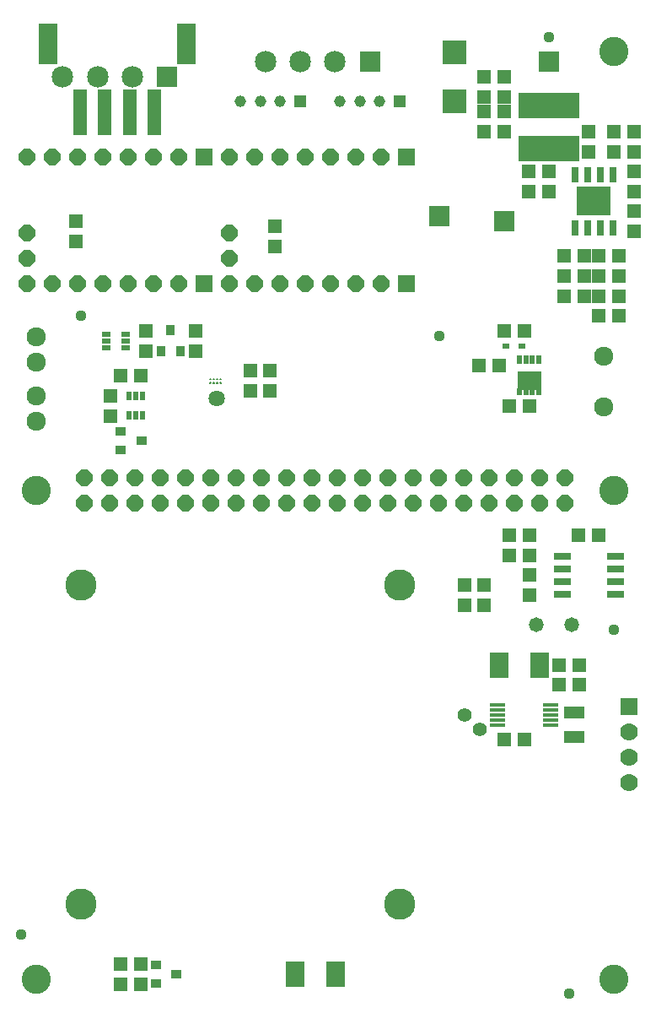
<source format=gbr>
G04 EAGLE Gerber RS-274X export*
G75*
%MOMM*%
%FSLAX34Y34*%
%LPD*%
%INSoldermask Top*%
%IPPOS*%
%AMOC8*
5,1,8,0,0,1.08239X$1,22.5*%
G01*
%ADD10C,2.927000*%
%ADD11P,1.787026X8X22.500000*%
%ADD12R,1.665200X0.685000*%
%ADD13R,1.427000X1.327000*%
%ADD14R,1.327000X1.427000*%
%ADD15R,0.685000X1.543800*%
%ADD16R,3.479800X2.844800*%
%ADD17R,0.547000X0.827000*%
%ADD18R,0.547000X0.667000*%
%ADD19R,2.497000X1.837000*%
%ADD20R,0.665000X0.527000*%
%ADD21R,2.127000X2.127000*%
%ADD22R,6.127000X2.627000*%
%ADD23R,2.330600X2.495000*%
%ADD24R,1.027000X0.927000*%
%ADD25R,1.422400X4.622800*%
%ADD26R,1.930400X4.038600*%
%ADD27R,1.927000X2.527000*%
%ADD28C,3.127000*%
%ADD29C,1.927000*%
%ADD30R,1.778000X1.778000*%
%ADD31C,1.778000*%
%ADD32C,1.397000*%
%ADD33C,1.477000*%
%ADD34R,2.159000X2.159000*%
%ADD35C,2.159000*%
%ADD36C,0.200000*%
%ADD37C,1.627000*%
%ADD38R,0.927000X1.027000*%
%ADD39R,1.651000X1.651000*%
%ADD40P,1.787026X8X292.500000*%
%ADD41P,1.787026X8X202.500000*%
%ADD42C,1.127000*%
%ADD43R,1.177000X1.177000*%
%ADD44C,1.177000*%
%ADD45R,1.546200X0.424100*%
%ADD46R,2.027000X1.227000*%
%ADD47R,0.527000X0.927000*%
%ADD48R,0.927000X0.527000*%


D10*
X35000Y35000D03*
X35000Y525000D03*
X615000Y525000D03*
X615000Y35000D03*
X615000Y965000D03*
D11*
X83700Y512300D03*
X83700Y537700D03*
X109100Y512300D03*
X109100Y537700D03*
X134500Y512300D03*
X134500Y537700D03*
X159900Y512300D03*
X159900Y537700D03*
X185300Y512300D03*
X185300Y537700D03*
X210700Y512300D03*
X210700Y537700D03*
X236100Y512300D03*
X236100Y537700D03*
X261500Y512300D03*
X261500Y537700D03*
X286900Y512300D03*
X286900Y537700D03*
X312300Y512300D03*
X312300Y537700D03*
X337700Y512300D03*
X337700Y537700D03*
X363100Y512300D03*
X363100Y537700D03*
X388500Y512300D03*
X388500Y537700D03*
X413900Y512300D03*
X413900Y537700D03*
X439300Y512300D03*
X439300Y537700D03*
X464700Y512300D03*
X464700Y537700D03*
X490100Y512300D03*
X490100Y537700D03*
X515500Y512300D03*
X515500Y537700D03*
X540900Y512300D03*
X540900Y537700D03*
X566300Y512300D03*
X566300Y537700D03*
D12*
X616797Y420950D03*
X616797Y433650D03*
X616797Y446350D03*
X616797Y459050D03*
X563203Y459050D03*
X563203Y446350D03*
X563203Y433650D03*
X563203Y420950D03*
D13*
X510000Y459840D03*
X510000Y480160D03*
D14*
X579840Y480000D03*
X600160Y480000D03*
D13*
X530000Y459840D03*
X530000Y480160D03*
X529975Y440210D03*
X529975Y419890D03*
D15*
X575950Y788104D03*
X588650Y788104D03*
X601350Y788104D03*
X614050Y788104D03*
X614050Y841896D03*
X601350Y841896D03*
X588650Y841896D03*
X575950Y841896D03*
D16*
X595000Y815000D03*
D17*
X539750Y655978D03*
X533250Y655978D03*
X526750Y655978D03*
X520250Y655978D03*
D18*
X520250Y624222D03*
X526750Y624222D03*
X533250Y624222D03*
X539750Y624222D03*
D19*
X530000Y635450D03*
D14*
X530160Y610000D03*
X509840Y610000D03*
D20*
X522956Y670000D03*
X507044Y670000D03*
D14*
X525160Y685000D03*
X504840Y685000D03*
X479840Y650000D03*
X500160Y650000D03*
D21*
X440000Y800000D03*
D14*
X599840Y700000D03*
X620160Y700000D03*
X599840Y720000D03*
X620160Y720000D03*
X585160Y720000D03*
X564840Y720000D03*
X585160Y740000D03*
X564840Y740000D03*
X599840Y740000D03*
X620160Y740000D03*
X599840Y760000D03*
X620160Y760000D03*
X585160Y760000D03*
X564840Y760000D03*
D13*
X635000Y864840D03*
X635000Y885160D03*
X635000Y784840D03*
X635000Y805160D03*
D14*
X529840Y825000D03*
X550160Y825000D03*
X550160Y845000D03*
X529840Y845000D03*
D13*
X635000Y824840D03*
X635000Y845160D03*
X615000Y885160D03*
X615000Y864840D03*
X590000Y885160D03*
X590000Y864840D03*
D22*
X550000Y868250D03*
X550000Y911250D03*
D21*
X550000Y955000D03*
D13*
X505000Y905160D03*
X505000Y884840D03*
D21*
X505000Y795000D03*
D13*
X505000Y919840D03*
X505000Y940160D03*
X485000Y905160D03*
X485000Y884840D03*
X485000Y919840D03*
X485000Y940160D03*
D23*
X455000Y915288D03*
X455000Y964712D03*
D24*
X120000Y584500D03*
X120000Y565500D03*
X141000Y575000D03*
D14*
X119840Y640000D03*
X140160Y640000D03*
D13*
X110000Y620160D03*
X110000Y599840D03*
D25*
X154000Y904479D03*
X129000Y904479D03*
X104000Y904479D03*
X79000Y904479D03*
D26*
X186000Y972479D03*
X47000Y972479D03*
D13*
X140000Y29840D03*
X140000Y50160D03*
X120000Y29840D03*
X120000Y50160D03*
D27*
X335250Y40000D03*
X294750Y40000D03*
D28*
X400000Y110000D03*
X80000Y110000D03*
X80000Y430000D03*
X400000Y430000D03*
D29*
X605000Y660000D03*
X605000Y609200D03*
D30*
X630000Y308100D03*
D31*
X630000Y282700D03*
X630000Y257300D03*
X630000Y231900D03*
D14*
X580160Y330000D03*
X559840Y330000D03*
X525160Y275000D03*
X504840Y275000D03*
D32*
X465000Y300000D03*
X480000Y285000D03*
D29*
X35000Y679000D03*
X35000Y653600D03*
D13*
X485000Y430160D03*
X485000Y409840D03*
X465000Y430160D03*
X465000Y409840D03*
D33*
X572500Y390000D03*
X537500Y390000D03*
D29*
X35000Y620000D03*
X35000Y594600D03*
D34*
X370000Y955000D03*
D35*
X335000Y955000D03*
X300000Y955000D03*
X265000Y955000D03*
D34*
X166500Y940000D03*
D35*
X131500Y940000D03*
X96500Y940000D03*
X61500Y940000D03*
D13*
X75000Y774840D03*
X75000Y795160D03*
X275000Y769840D03*
X275000Y790160D03*
D27*
X540250Y350000D03*
X499750Y350000D03*
D14*
X580160Y350000D03*
X559840Y350000D03*
D36*
X219925Y636750D02*
X219927Y636786D01*
X219933Y636821D01*
X219943Y636856D01*
X219956Y636889D01*
X219973Y636920D01*
X219994Y636950D01*
X220017Y636977D01*
X220043Y637001D01*
X220072Y637022D01*
X220103Y637040D01*
X220136Y637054D01*
X220170Y637065D01*
X220205Y637072D01*
X220241Y637075D01*
X220277Y637074D01*
X220312Y637069D01*
X220347Y637060D01*
X220381Y637048D01*
X220412Y637031D01*
X220442Y637012D01*
X220470Y636989D01*
X220495Y636963D01*
X220517Y636935D01*
X220536Y636905D01*
X220551Y636872D01*
X220563Y636838D01*
X220571Y636803D01*
X220575Y636768D01*
X220575Y636732D01*
X220571Y636697D01*
X220563Y636662D01*
X220551Y636628D01*
X220536Y636595D01*
X220517Y636565D01*
X220495Y636537D01*
X220470Y636511D01*
X220442Y636488D01*
X220413Y636469D01*
X220381Y636452D01*
X220347Y636440D01*
X220312Y636431D01*
X220277Y636426D01*
X220241Y636425D01*
X220205Y636428D01*
X220170Y636435D01*
X220136Y636446D01*
X220103Y636460D01*
X220072Y636478D01*
X220043Y636499D01*
X220017Y636523D01*
X219994Y636550D01*
X219973Y636580D01*
X219956Y636611D01*
X219943Y636644D01*
X219933Y636679D01*
X219927Y636714D01*
X219925Y636750D01*
X219925Y633250D02*
X219927Y633286D01*
X219933Y633321D01*
X219943Y633356D01*
X219956Y633389D01*
X219973Y633420D01*
X219994Y633450D01*
X220017Y633477D01*
X220043Y633501D01*
X220072Y633522D01*
X220103Y633540D01*
X220136Y633554D01*
X220170Y633565D01*
X220205Y633572D01*
X220241Y633575D01*
X220277Y633574D01*
X220312Y633569D01*
X220347Y633560D01*
X220381Y633548D01*
X220412Y633531D01*
X220442Y633512D01*
X220470Y633489D01*
X220495Y633463D01*
X220517Y633435D01*
X220536Y633405D01*
X220551Y633372D01*
X220563Y633338D01*
X220571Y633303D01*
X220575Y633268D01*
X220575Y633232D01*
X220571Y633197D01*
X220563Y633162D01*
X220551Y633128D01*
X220536Y633095D01*
X220517Y633065D01*
X220495Y633037D01*
X220470Y633011D01*
X220442Y632988D01*
X220413Y632969D01*
X220381Y632952D01*
X220347Y632940D01*
X220312Y632931D01*
X220277Y632926D01*
X220241Y632925D01*
X220205Y632928D01*
X220170Y632935D01*
X220136Y632946D01*
X220103Y632960D01*
X220072Y632978D01*
X220043Y632999D01*
X220017Y633023D01*
X219994Y633050D01*
X219973Y633080D01*
X219956Y633111D01*
X219943Y633144D01*
X219933Y633179D01*
X219927Y633214D01*
X219925Y633250D01*
X216425Y633250D02*
X216427Y633286D01*
X216433Y633321D01*
X216443Y633356D01*
X216456Y633389D01*
X216473Y633420D01*
X216494Y633450D01*
X216517Y633477D01*
X216543Y633501D01*
X216572Y633522D01*
X216603Y633540D01*
X216636Y633554D01*
X216670Y633565D01*
X216705Y633572D01*
X216741Y633575D01*
X216777Y633574D01*
X216812Y633569D01*
X216847Y633560D01*
X216881Y633548D01*
X216912Y633531D01*
X216942Y633512D01*
X216970Y633489D01*
X216995Y633463D01*
X217017Y633435D01*
X217036Y633405D01*
X217051Y633372D01*
X217063Y633338D01*
X217071Y633303D01*
X217075Y633268D01*
X217075Y633232D01*
X217071Y633197D01*
X217063Y633162D01*
X217051Y633128D01*
X217036Y633095D01*
X217017Y633065D01*
X216995Y633037D01*
X216970Y633011D01*
X216942Y632988D01*
X216913Y632969D01*
X216881Y632952D01*
X216847Y632940D01*
X216812Y632931D01*
X216777Y632926D01*
X216741Y632925D01*
X216705Y632928D01*
X216670Y632935D01*
X216636Y632946D01*
X216603Y632960D01*
X216572Y632978D01*
X216543Y632999D01*
X216517Y633023D01*
X216494Y633050D01*
X216473Y633080D01*
X216456Y633111D01*
X216443Y633144D01*
X216433Y633179D01*
X216427Y633214D01*
X216425Y633250D01*
X216425Y636750D02*
X216427Y636786D01*
X216433Y636821D01*
X216443Y636856D01*
X216456Y636889D01*
X216473Y636920D01*
X216494Y636950D01*
X216517Y636977D01*
X216543Y637001D01*
X216572Y637022D01*
X216603Y637040D01*
X216636Y637054D01*
X216670Y637065D01*
X216705Y637072D01*
X216741Y637075D01*
X216777Y637074D01*
X216812Y637069D01*
X216847Y637060D01*
X216881Y637048D01*
X216912Y637031D01*
X216942Y637012D01*
X216970Y636989D01*
X216995Y636963D01*
X217017Y636935D01*
X217036Y636905D01*
X217051Y636872D01*
X217063Y636838D01*
X217071Y636803D01*
X217075Y636768D01*
X217075Y636732D01*
X217071Y636697D01*
X217063Y636662D01*
X217051Y636628D01*
X217036Y636595D01*
X217017Y636565D01*
X216995Y636537D01*
X216970Y636511D01*
X216942Y636488D01*
X216913Y636469D01*
X216881Y636452D01*
X216847Y636440D01*
X216812Y636431D01*
X216777Y636426D01*
X216741Y636425D01*
X216705Y636428D01*
X216670Y636435D01*
X216636Y636446D01*
X216603Y636460D01*
X216572Y636478D01*
X216543Y636499D01*
X216517Y636523D01*
X216494Y636550D01*
X216473Y636580D01*
X216456Y636611D01*
X216443Y636644D01*
X216433Y636679D01*
X216427Y636714D01*
X216425Y636750D01*
X212925Y636750D02*
X212927Y636786D01*
X212933Y636821D01*
X212943Y636856D01*
X212956Y636889D01*
X212973Y636920D01*
X212994Y636950D01*
X213017Y636977D01*
X213043Y637001D01*
X213072Y637022D01*
X213103Y637040D01*
X213136Y637054D01*
X213170Y637065D01*
X213205Y637072D01*
X213241Y637075D01*
X213277Y637074D01*
X213312Y637069D01*
X213347Y637060D01*
X213381Y637048D01*
X213412Y637031D01*
X213442Y637012D01*
X213470Y636989D01*
X213495Y636963D01*
X213517Y636935D01*
X213536Y636905D01*
X213551Y636872D01*
X213563Y636838D01*
X213571Y636803D01*
X213575Y636768D01*
X213575Y636732D01*
X213571Y636697D01*
X213563Y636662D01*
X213551Y636628D01*
X213536Y636595D01*
X213517Y636565D01*
X213495Y636537D01*
X213470Y636511D01*
X213442Y636488D01*
X213413Y636469D01*
X213381Y636452D01*
X213347Y636440D01*
X213312Y636431D01*
X213277Y636426D01*
X213241Y636425D01*
X213205Y636428D01*
X213170Y636435D01*
X213136Y636446D01*
X213103Y636460D01*
X213072Y636478D01*
X213043Y636499D01*
X213017Y636523D01*
X212994Y636550D01*
X212973Y636580D01*
X212956Y636611D01*
X212943Y636644D01*
X212933Y636679D01*
X212927Y636714D01*
X212925Y636750D01*
X212925Y633250D02*
X212927Y633286D01*
X212933Y633321D01*
X212943Y633356D01*
X212956Y633389D01*
X212973Y633420D01*
X212994Y633450D01*
X213017Y633477D01*
X213043Y633501D01*
X213072Y633522D01*
X213103Y633540D01*
X213136Y633554D01*
X213170Y633565D01*
X213205Y633572D01*
X213241Y633575D01*
X213277Y633574D01*
X213312Y633569D01*
X213347Y633560D01*
X213381Y633548D01*
X213412Y633531D01*
X213442Y633512D01*
X213470Y633489D01*
X213495Y633463D01*
X213517Y633435D01*
X213536Y633405D01*
X213551Y633372D01*
X213563Y633338D01*
X213571Y633303D01*
X213575Y633268D01*
X213575Y633232D01*
X213571Y633197D01*
X213563Y633162D01*
X213551Y633128D01*
X213536Y633095D01*
X213517Y633065D01*
X213495Y633037D01*
X213470Y633011D01*
X213442Y632988D01*
X213413Y632969D01*
X213381Y632952D01*
X213347Y632940D01*
X213312Y632931D01*
X213277Y632926D01*
X213241Y632925D01*
X213205Y632928D01*
X213170Y632935D01*
X213136Y632946D01*
X213103Y632960D01*
X213072Y632978D01*
X213043Y632999D01*
X213017Y633023D01*
X212994Y633050D01*
X212973Y633080D01*
X212956Y633111D01*
X212943Y633144D01*
X212933Y633179D01*
X212927Y633214D01*
X212925Y633250D01*
X209425Y633250D02*
X209427Y633286D01*
X209433Y633321D01*
X209443Y633356D01*
X209456Y633389D01*
X209473Y633420D01*
X209494Y633450D01*
X209517Y633477D01*
X209543Y633501D01*
X209572Y633522D01*
X209603Y633540D01*
X209636Y633554D01*
X209670Y633565D01*
X209705Y633572D01*
X209741Y633575D01*
X209777Y633574D01*
X209812Y633569D01*
X209847Y633560D01*
X209881Y633548D01*
X209912Y633531D01*
X209942Y633512D01*
X209970Y633489D01*
X209995Y633463D01*
X210017Y633435D01*
X210036Y633405D01*
X210051Y633372D01*
X210063Y633338D01*
X210071Y633303D01*
X210075Y633268D01*
X210075Y633232D01*
X210071Y633197D01*
X210063Y633162D01*
X210051Y633128D01*
X210036Y633095D01*
X210017Y633065D01*
X209995Y633037D01*
X209970Y633011D01*
X209942Y632988D01*
X209913Y632969D01*
X209881Y632952D01*
X209847Y632940D01*
X209812Y632931D01*
X209777Y632926D01*
X209741Y632925D01*
X209705Y632928D01*
X209670Y632935D01*
X209636Y632946D01*
X209603Y632960D01*
X209572Y632978D01*
X209543Y632999D01*
X209517Y633023D01*
X209494Y633050D01*
X209473Y633080D01*
X209456Y633111D01*
X209443Y633144D01*
X209433Y633179D01*
X209427Y633214D01*
X209425Y633250D01*
X209425Y636750D02*
X209427Y636786D01*
X209433Y636821D01*
X209443Y636856D01*
X209456Y636889D01*
X209473Y636920D01*
X209494Y636950D01*
X209517Y636977D01*
X209543Y637001D01*
X209572Y637022D01*
X209603Y637040D01*
X209636Y637054D01*
X209670Y637065D01*
X209705Y637072D01*
X209741Y637075D01*
X209777Y637074D01*
X209812Y637069D01*
X209847Y637060D01*
X209881Y637048D01*
X209912Y637031D01*
X209942Y637012D01*
X209970Y636989D01*
X209995Y636963D01*
X210017Y636935D01*
X210036Y636905D01*
X210051Y636872D01*
X210063Y636838D01*
X210071Y636803D01*
X210075Y636768D01*
X210075Y636732D01*
X210071Y636697D01*
X210063Y636662D01*
X210051Y636628D01*
X210036Y636595D01*
X210017Y636565D01*
X209995Y636537D01*
X209970Y636511D01*
X209942Y636488D01*
X209913Y636469D01*
X209881Y636452D01*
X209847Y636440D01*
X209812Y636431D01*
X209777Y636426D01*
X209741Y636425D01*
X209705Y636428D01*
X209670Y636435D01*
X209636Y636446D01*
X209603Y636460D01*
X209572Y636478D01*
X209543Y636499D01*
X209517Y636523D01*
X209494Y636550D01*
X209473Y636580D01*
X209456Y636611D01*
X209443Y636644D01*
X209433Y636679D01*
X209427Y636714D01*
X209425Y636750D01*
D13*
X270000Y624840D03*
X270000Y645160D03*
X250000Y624840D03*
X250000Y645160D03*
D37*
X216500Y617500D03*
D38*
X160500Y665000D03*
X179500Y665000D03*
X170000Y686000D03*
D13*
X195000Y685160D03*
X195000Y664840D03*
X145000Y685160D03*
X145000Y664840D03*
D39*
X203900Y732500D03*
D40*
X178500Y732500D03*
X153100Y732500D03*
X127700Y732500D03*
X102300Y732500D03*
X76900Y732500D03*
X51500Y732500D03*
X26100Y732500D03*
D39*
X203900Y859500D03*
D40*
X178500Y859500D03*
X153100Y859500D03*
X127700Y859500D03*
X102300Y859500D03*
X76900Y859500D03*
X51500Y859500D03*
X26100Y859500D03*
D41*
X26100Y757900D03*
X26100Y783300D03*
D39*
X407100Y732500D03*
D40*
X381700Y732500D03*
X356300Y732500D03*
X330900Y732500D03*
X305500Y732500D03*
X280100Y732500D03*
X254700Y732500D03*
X229300Y732500D03*
D39*
X407100Y859500D03*
D40*
X381700Y859500D03*
X356300Y859500D03*
X330900Y859500D03*
X305500Y859500D03*
X280100Y859500D03*
X254700Y859500D03*
X229300Y859500D03*
D41*
X229300Y757900D03*
X229300Y783300D03*
D42*
X20000Y80000D03*
X615000Y385000D03*
X570000Y20000D03*
X80000Y700000D03*
X440000Y680000D03*
X550000Y980000D03*
D24*
X155000Y49500D03*
X155000Y30500D03*
X176000Y40000D03*
D43*
X400000Y915000D03*
D44*
X380000Y915000D03*
X360000Y915000D03*
X340000Y915000D03*
D43*
X300000Y915000D03*
D44*
X280000Y915000D03*
X260000Y915000D03*
X240000Y915000D03*
D45*
X551463Y290000D03*
X551463Y295000D03*
X551463Y300000D03*
X551463Y305000D03*
X551463Y310000D03*
X498537Y310000D03*
X498537Y305000D03*
X498537Y300000D03*
X498537Y295000D03*
X498537Y290000D03*
D46*
X575000Y302500D03*
X575000Y277500D03*
D47*
X141500Y619700D03*
X135000Y619700D03*
X128500Y619700D03*
X128500Y600300D03*
X135000Y600300D03*
X141500Y600300D03*
D48*
X105300Y681500D03*
X105300Y675000D03*
X105300Y668500D03*
X124700Y668500D03*
X124700Y675000D03*
X124700Y681500D03*
M02*

</source>
